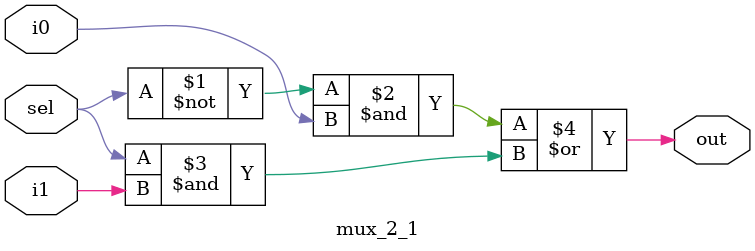
<source format=v>
`timescale 1ns / 1ps
module mux_2_1(i0, i1, sel, out);
	input i0, i1, sel; //i0: input 1, i1: input 2, sel: select
	output out;
	
	//2:1 Multiplexer function
	assign out = (~sel & i0)|(sel & i1); 


endmodule

</source>
